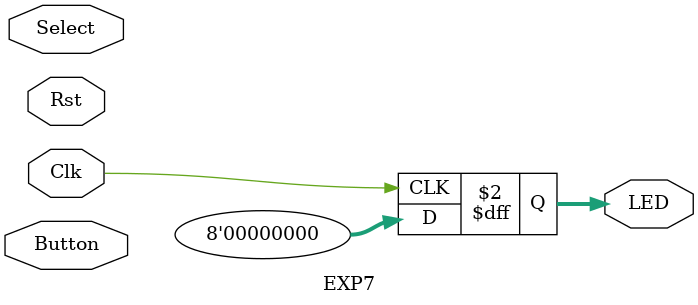
<source format=v>
`timescale 100ms / 10ms
module EXP7(Select, Clk, Rst, LED, Button);
    input Clk, Rst, Button;
    input [1:0] Select;
    output reg [7:0] LED;

    always@(posedge Clk)
	 begin
	 #10
	     LED<=8'b11111111;
	 #10
			LED<=0;
	 end
endmodule

</source>
